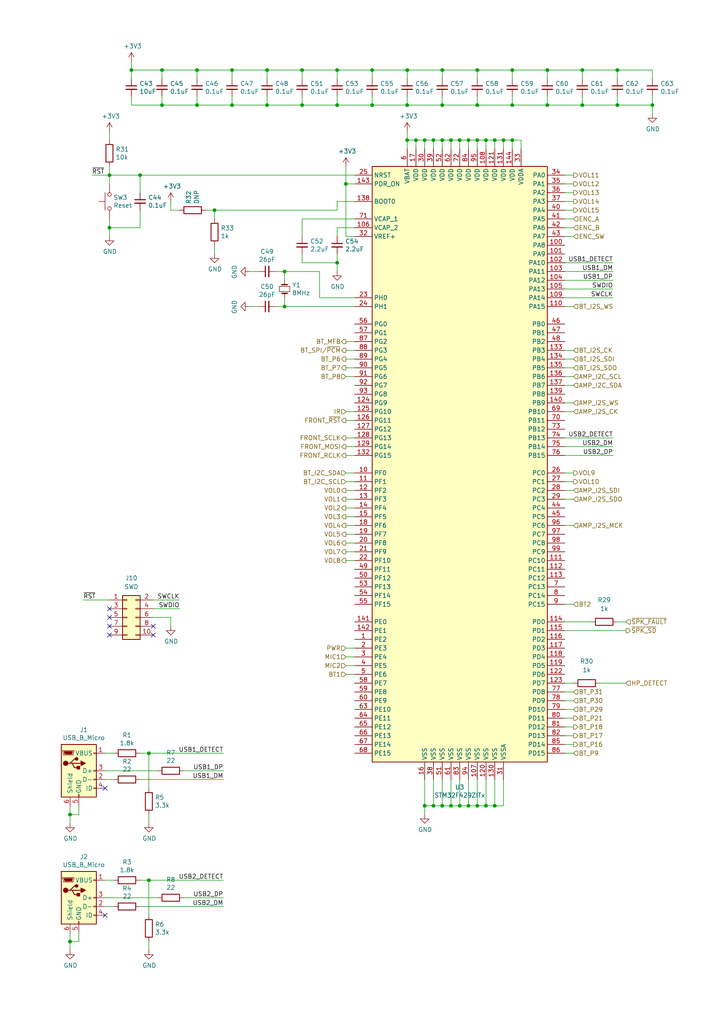
<source format=kicad_sch>
(kicad_sch (version 20201015) (generator eeschema)
  (paper "A4" portrait)
  (lib_symbols
    (symbol "Connector:USB_B_Micro" (pin_names (offset 1.016))
      (property "Reference" "J" (at -5.08 11.43 0))
      (property "Value" "USB_B_Micro" (at -5.08 8.89 0))
      (symbol "USB_B_Micro_0_1"
        (circle (center -3.81 2.159) (radius 0.635) (stroke (width 0.254)) (fill (type outline)))
        (circle (center -0.635 3.429) (radius 0.381) (stroke (width 0.254)) (fill (type outline)))
        (rectangle (start -5.08 -7.62) (end 5.08 7.62) (stroke (width 0.254)) (fill (type background)))
        (rectangle (start -0.127 -7.62) (end 0.127 -6.858))
        (rectangle (start 0.254 1.27) (end -0.508 0.508) (stroke (width 0.254)) (fill (type outline)))
        (rectangle (start 5.08 -5.207) (end 4.318 -4.953))
        (rectangle (start 5.08 -2.667) (end 4.318 -2.413))
        (rectangle (start 5.08 -0.127) (end 4.318 0.127))
        (rectangle (start 5.08 4.953) (end 4.318 5.207))
        (polyline (pts (xy -1.905 2.159) (xy 0.635 2.159)) (stroke (width 0.254)))
        (polyline (pts (xy -3.175 2.159) (xy -2.54 2.159) (xy -1.27 3.429) (xy -0.635 3.429)) (stroke (width 0.254)))
        (polyline (pts (xy -2.54 2.159) (xy -1.905 2.159) (xy -1.27 0.889) (xy 0 0.889)) (stroke (width 0.254)))
        (polyline (pts (xy 0.635 2.794) (xy 0.635 1.524) (xy 1.905 2.159) (xy 0.635 2.794)) (stroke (width 0.254)) (fill (type outline)))
        (polyline (pts (xy -4.318 5.588) (xy -1.778 5.588) (xy -2.032 4.826) (xy -4.064 4.826) (xy -4.318 5.588)) (fill (type outline)))
        (polyline (pts (xy -4.699 5.842) (xy -4.699 5.588) (xy -4.445 4.826) (xy -4.445 4.572) (xy -1.651 4.572) (xy -1.651 4.826) (xy -1.397 5.588) (xy -1.397 5.842) (xy -4.699 5.842)))
      )
      (symbol "USB_B_Micro_1_1"
        (pin power_out line (at 7.62 5.08 180) (length 2.54) (name "VBUS") (number "1"))
        (pin bidirectional line (at 7.62 -2.54 180) (length 2.54) (name "D-") (number "2"))
        (pin bidirectional line (at 7.62 0 180) (length 2.54) (name "D+") (number "3"))
        (pin passive line (at 7.62 -5.08 180) (length 2.54) (name "ID") (number "4"))
        (pin power_out line (at 0 -10.16 90) (length 2.54) (name "GND") (number "5"))
        (pin passive line (at -2.54 -10.16 90) (length 2.54) (name "Shield") (number "6"))
      )
    )
    (symbol "Connector_Generic:Conn_02x05_Odd_Even" (pin_names (offset 1.016) hide)
      (property "Reference" "J" (at 1.27 7.62 0))
      (property "Value" "Conn_02x05_Odd_Even" (at 1.27 -7.62 0))
      (symbol "Conn_02x05_Odd_Even_1_1"
        (rectangle (start -1.27 -4.953) (end 0 -5.207) (stroke (width 0.1524)))
        (rectangle (start -1.27 -2.413) (end 0 -2.667) (stroke (width 0.1524)))
        (rectangle (start -1.27 2.667) (end 0 2.413) (stroke (width 0.1524)))
        (rectangle (start -1.27 5.207) (end 0 4.953) (stroke (width 0.1524)))
        (rectangle (start -1.27 6.35) (end 3.81 -6.35) (stroke (width 0.254)) (fill (type background)))
        (rectangle (start -1.27 0.127) (end 0 -0.127) (stroke (width 0.1524)))
        (rectangle (start 3.81 -4.953) (end 2.54 -5.207) (stroke (width 0.1524)))
        (rectangle (start 3.81 -2.413) (end 2.54 -2.667) (stroke (width 0.1524)))
        (rectangle (start 3.81 2.667) (end 2.54 2.413) (stroke (width 0.1524)))
        (rectangle (start 3.81 5.207) (end 2.54 4.953) (stroke (width 0.1524)))
        (rectangle (start 3.81 0.127) (end 2.54 -0.127) (stroke (width 0.1524)))
        (pin passive line (at -5.08 5.08 0) (length 3.81) (name "Pin_1") (number "1"))
        (pin passive line (at 7.62 -5.08 180) (length 3.81) (name "Pin_10") (number "10"))
        (pin passive line (at 7.62 5.08 180) (length 3.81) (name "Pin_2") (number "2"))
        (pin passive line (at -5.08 2.54 0) (length 3.81) (name "Pin_3") (number "3"))
        (pin passive line (at 7.62 2.54 180) (length 3.81) (name "Pin_4") (number "4"))
        (pin passive line (at -5.08 0 0) (length 3.81) (name "Pin_5") (number "5"))
        (pin passive line (at 7.62 0 180) (length 3.81) (name "Pin_6") (number "6"))
        (pin passive line (at -5.08 -2.54 0) (length 3.81) (name "Pin_7") (number "7"))
        (pin passive line (at 7.62 -2.54 180) (length 3.81) (name "Pin_8") (number "8"))
        (pin passive line (at -5.08 -5.08 0) (length 3.81) (name "Pin_9") (number "9"))
      )
    )
    (symbol "Device:C_Small" (pin_numbers hide) (pin_names (offset 0.254) hide)
      (property "Reference" "C" (at 0.254 1.778 0))
      (property "Value" "C_Small" (at 0.254 -2.032 0))
      (symbol "C_Small_0_1"
        (polyline (pts (xy -1.524 -0.508) (xy 1.524 -0.508)) (stroke (width 0.3302)))
        (polyline (pts (xy -1.524 0.508) (xy 1.524 0.508)) (stroke (width 0.3048)))
      )
      (symbol "C_Small_1_1"
        (pin passive line (at 0 2.54 270) (length 2.032) (name "~") (number "1"))
        (pin passive line (at 0 -2.54 90) (length 2.032) (name "~") (number "2"))
      )
    )
    (symbol "Device:Crystal_Small" (pin_numbers hide) (pin_names (offset 1.016) hide)
      (property "Reference" "Y" (at 0 2.54 0))
      (property "Value" "Crystal_Small" (at 0 -2.54 0))
      (symbol "Crystal_Small_0_1"
        (rectangle (start -0.762 -1.524) (end 0.762 1.524))
        (polyline (pts (xy -1.27 -0.762) (xy -1.27 0.762)) (stroke (width 0.381)))
        (polyline (pts (xy 1.27 -0.762) (xy 1.27 0.762)) (stroke (width 0.381)))
      )
      (symbol "Crystal_Small_1_1"
        (pin passive line (at -2.54 0 0) (length 1.27) (name "1") (number "1"))
        (pin passive line (at 2.54 0 180) (length 1.27) (name "2") (number "2"))
      )
    )
    (symbol "Device:R" (pin_numbers hide) (pin_names (offset 0))
      (property "Reference" "R" (at 2.032 0 90))
      (property "Value" "R" (at 0 0 90))
      (symbol "R_0_1"
        (rectangle (start -1.016 -2.54) (end 1.016 2.54) (stroke (width 0.254)))
      )
      (symbol "R_1_1"
        (pin passive line (at 0 3.81 270) (length 1.27) (name "~") (number "1"))
        (pin passive line (at 0 -3.81 90) (length 1.27) (name "~") (number "2"))
      )
    )
    (symbol "MCU_ST_STM32F4:STM32F429ZITx"
      (property "Reference" "U" (at -25.4 87.63 0))
      (property "Value" "STM32F429ZITx" (at 20.32 87.63 0))
      (symbol "STM32F429ZITx_0_1"
        (rectangle (start -25.4 -86.36) (end 25.4 86.36) (stroke (width 0.254)) (fill (type background)))
      )
      (symbol "STM32F429ZITx_1_1"
        (pin input line (at -30.48 76.2 0) (length 5.08) (name "BOOT0") (number "138"))
        (pin input line (at -30.48 83.82 0) (length 5.08) (name "NRST") (number "25"))
        (pin bidirectional line (at 30.48 83.82 180) (length 5.08) (name "PA0") (number "34"))
        (pin bidirectional line (at 30.48 81.28 180) (length 5.08) (name "PA1") (number "35"))
        (pin bidirectional line (at 30.48 58.42 180) (length 5.08) (name "PA10") (number "102"))
        (pin bidirectional line (at 30.48 55.88 180) (length 5.08) (name "PA11") (number "103"))
        (pin bidirectional line (at 30.48 53.34 180) (length 5.08) (name "PA12") (number "104"))
        (pin bidirectional line (at 30.48 50.8 180) (length 5.08) (name "PA13") (number "105"))
        (pin bidirectional line (at 30.48 48.26 180) (length 5.08) (name "PA14") (number "109"))
        (pin bidirectional line (at 30.48 45.72 180) (length 5.08) (name "PA15") (number "110"))
        (pin bidirectional line (at 30.48 78.74 180) (length 5.08) (name "PA2") (number "36"))
        (pin bidirectional line (at 30.48 76.2 180) (length 5.08) (name "PA3") (number "37"))
        (pin bidirectional line (at 30.48 73.66 180) (length 5.08) (name "PA4") (number "40"))
        (pin bidirectional line (at 30.48 71.12 180) (length 5.08) (name "PA5") (number "41"))
        (pin bidirectional line (at 30.48 68.58 180) (length 5.08) (name "PA6") (number "42"))
        (pin bidirectional line (at 30.48 66.04 180) (length 5.08) (name "PA7") (number "43"))
        (pin bidirectional line (at 30.48 63.5 180) (length 5.08) (name "PA8") (number "100"))
        (pin bidirectional line (at 30.48 60.96 180) (length 5.08) (name "PA9") (number "101"))
        (pin bidirectional line (at 30.48 40.64 180) (length 5.08) (name "PB0") (number "46"))
        (pin bidirectional line (at 30.48 38.1 180) (length 5.08) (name "PB1") (number "47"))
        (pin bidirectional line (at 30.48 15.24 180) (length 5.08) (name "PB10") (number "69"))
        (pin bidirectional line (at 30.48 12.7 180) (length 5.08) (name "PB11") (number "70"))
        (pin bidirectional line (at 30.48 10.16 180) (length 5.08) (name "PB12") (number "73"))
        (pin bidirectional line (at 30.48 7.62 180) (length 5.08) (name "PB13") (number "74"))
        (pin bidirectional line (at 30.48 5.08 180) (length 5.08) (name "PB14") (number "75"))
        (pin bidirectional line (at 30.48 2.54 180) (length 5.08) (name "PB15") (number "76"))
        (pin bidirectional line (at 30.48 35.56 180) (length 5.08) (name "PB2") (number "48"))
        (pin bidirectional line (at 30.48 33.02 180) (length 5.08) (name "PB3") (number "133"))
        (pin bidirectional line (at 30.48 30.48 180) (length 5.08) (name "PB4") (number "134"))
        (pin bidirectional line (at 30.48 27.94 180) (length 5.08) (name "PB5") (number "135"))
        (pin bidirectional line (at 30.48 25.4 180) (length 5.08) (name "PB6") (number "136"))
        (pin bidirectional line (at 30.48 22.86 180) (length 5.08) (name "PB7") (number "137"))
        (pin bidirectional line (at 30.48 20.32 180) (length 5.08) (name "PB8") (number "139"))
        (pin bidirectional line (at 30.48 17.78 180) (length 5.08) (name "PB9") (number "140"))
        (pin bidirectional line (at 30.48 -2.54 180) (length 5.08) (name "PC0") (number "26"))
        (pin bidirectional line (at 30.48 -5.08 180) (length 5.08) (name "PC1") (number "27"))
        (pin bidirectional line (at 30.48 -27.94 180) (length 5.08) (name "PC10") (number "111"))
        (pin bidirectional line (at 30.48 -30.48 180) (length 5.08) (name "PC11") (number "112"))
        (pin bidirectional line (at 30.48 -33.02 180) (length 5.08) (name "PC12") (number "113"))
        (pin bidirectional line (at 30.48 -35.56 180) (length 5.08) (name "PC13") (number "7"))
        (pin bidirectional line (at 30.48 -38.1 180) (length 5.08) (name "PC14") (number "8"))
        (pin bidirectional line (at 30.48 -40.64 180) (length 5.08) (name "PC15") (number "9"))
        (pin bidirectional line (at 30.48 -7.62 180) (length 5.08) (name "PC2") (number "28"))
        (pin bidirectional line (at 30.48 -10.16 180) (length 5.08) (name "PC3") (number "29"))
        (pin bidirectional line (at 30.48 -12.7 180) (length 5.08) (name "PC4") (number "44"))
        (pin bidirectional line (at 30.48 -15.24 180) (length 5.08) (name "PC5") (number "45"))
        (pin bidirectional line (at 30.48 -17.78 180) (length 5.08) (name "PC6") (number "96"))
        (pin bidirectional line (at 30.48 -20.32 180) (length 5.08) (name "PC7") (number "97"))
        (pin bidirectional line (at 30.48 -22.86 180) (length 5.08) (name "PC8") (number "98"))
        (pin bidirectional line (at 30.48 -25.4 180) (length 5.08) (name "PC9") (number "99"))
        (pin bidirectional line (at 30.48 -45.72 180) (length 5.08) (name "PD0") (number "114"))
        (pin bidirectional line (at 30.48 -48.26 180) (length 5.08) (name "PD1") (number "115"))
        (pin bidirectional line (at 30.48 -71.12 180) (length 5.08) (name "PD10") (number "79"))
        (pin bidirectional line (at 30.48 -73.66 180) (length 5.08) (name "PD11") (number "80"))
        (pin bidirectional line (at 30.48 -76.2 180) (length 5.08) (name "PD12") (number "81"))
        (pin bidirectional line (at 30.48 -78.74 180) (length 5.08) (name "PD13") (number "82"))
        (pin bidirectional line (at 30.48 -81.28 180) (length 5.08) (name "PD14") (number "85"))
        (pin bidirectional line (at 30.48 -83.82 180) (length 5.08) (name "PD15") (number "86"))
        (pin bidirectional line (at 30.48 -50.8 180) (length 5.08) (name "PD2") (number "116"))
        (pin bidirectional line (at 30.48 -53.34 180) (length 5.08) (name "PD3") (number "117"))
        (pin bidirectional line (at 30.48 -55.88 180) (length 5.08) (name "PD4") (number "118"))
        (pin bidirectional line (at 30.48 -58.42 180) (length 5.08) (name "PD5") (number "119"))
        (pin bidirectional line (at 30.48 -60.96 180) (length 5.08) (name "PD6") (number "122"))
        (pin bidirectional line (at 30.48 -63.5 180) (length 5.08) (name "PD7") (number "123"))
        (pin bidirectional line (at 30.48 -66.04 180) (length 5.08) (name "PD8") (number "77"))
        (pin bidirectional line (at 30.48 -68.58 180) (length 5.08) (name "PD9") (number "78"))
        (pin input line (at -30.48 81.28 0) (length 5.08) (name "PDR_ON") (number "143"))
        (pin bidirectional line (at -30.48 -45.72 0) (length 5.08) (name "PE0") (number "141"))
        (pin bidirectional line (at -30.48 -48.26 0) (length 5.08) (name "PE1") (number "142"))
        (pin bidirectional line (at -30.48 -71.12 0) (length 5.08) (name "PE10") (number "63"))
        (pin bidirectional line (at -30.48 -73.66 0) (length 5.08) (name "PE11") (number "64"))
        (pin bidirectional line (at -30.48 -76.2 0) (length 5.08) (name "PE12") (number "65"))
        (pin bidirectional line (at -30.48 -78.74 0) (length 5.08) (name "PE13") (number "66"))
        (pin bidirectional line (at -30.48 -81.28 0) (length 5.08) (name "PE14") (number "67"))
        (pin bidirectional line (at -30.48 -83.82 0) (length 5.08) (name "PE15") (number "68"))
        (pin bidirectional line (at -30.48 -50.8 0) (length 5.08) (name "PE2") (number "1"))
        (pin bidirectional line (at -30.48 -53.34 0) (length 5.08) (name "PE3") (number "2"))
        (pin bidirectional line (at -30.48 -55.88 0) (length 5.08) (name "PE4") (number "3"))
        (pin bidirectional line (at -30.48 -58.42 0) (length 5.08) (name "PE5") (number "4"))
        (pin bidirectional line (at -30.48 -60.96 0) (length 5.08) (name "PE6") (number "5"))
        (pin bidirectional line (at -30.48 -63.5 0) (length 5.08) (name "PE7") (number "58"))
        (pin bidirectional line (at -30.48 -66.04 0) (length 5.08) (name "PE8") (number "59"))
        (pin bidirectional line (at -30.48 -68.58 0) (length 5.08) (name "PE9") (number "60"))
        (pin bidirectional line (at -30.48 -2.54 0) (length 5.08) (name "PF0") (number "10"))
        (pin bidirectional line (at -30.48 -5.08 0) (length 5.08) (name "PF1") (number "11"))
        (pin bidirectional line (at -30.48 -27.94 0) (length 5.08) (name "PF10") (number "22"))
        (pin bidirectional line (at -30.48 -30.48 0) (length 5.08) (name "PF11") (number "49"))
        (pin bidirectional line (at -30.48 -33.02 0) (length 5.08) (name "PF12") (number "50"))
        (pin bidirectional line (at -30.48 -35.56 0) (length 5.08) (name "PF13") (number "53"))
        (pin bidirectional line (at -30.48 -38.1 0) (length 5.08) (name "PF14") (number "54"))
        (pin bidirectional line (at -30.48 -40.64 0) (length 5.08) (name "PF15") (number "55"))
        (pin bidirectional line (at -30.48 -7.62 0) (length 5.08) (name "PF2") (number "12"))
        (pin bidirectional line (at -30.48 -10.16 0) (length 5.08) (name "PF3") (number "13"))
        (pin bidirectional line (at -30.48 -12.7 0) (length 5.08) (name "PF4") (number "14"))
        (pin bidirectional line (at -30.48 -15.24 0) (length 5.08) (name "PF5") (number "15"))
        (pin bidirectional line (at -30.48 -17.78 0) (length 5.08) (name "PF6") (number "18"))
        (pin bidirectional line (at -30.48 -20.32 0) (length 5.08) (name "PF7") (number "19"))
        (pin bidirectional line (at -30.48 -22.86 0) (length 5.08) (name "PF8") (number "20"))
        (pin bidirectional line (at -30.48 -25.4 0) (length 5.08) (name "PF9") (number "21"))
        (pin bidirectional line (at -30.48 40.64 0) (length 5.08) (name "PG0") (number "56"))
        (pin bidirectional line (at -30.48 38.1 0) (length 5.08) (name "PG1") (number "57"))
        (pin bidirectional line (at -30.48 15.24 0) (length 5.08) (name "PG10") (number "125"))
        (pin bidirectional line (at -30.48 12.7 0) (length 5.08) (name "PG11") (number "126"))
        (pin bidirectional line (at -30.48 10.16 0) (length 5.08) (name "PG12") (number "127"))
        (pin bidirectional line (at -30.48 7.62 0) (length 5.08) (name "PG13") (number "128"))
        (pin bidirectional line (at -30.48 5.08 0) (length 5.08) (name "PG14") (number "129"))
        (pin bidirectional line (at -30.48 2.54 0) (length 5.08) (name "PG15") (number "132"))
        (pin bidirectional line (at -30.48 35.56 0) (length 5.08) (name "PG2") (number "87"))
        (pin bidirectional line (at -30.48 33.02 0) (length 5.08) (name "PG3") (number "88"))
        (pin bidirectional line (at -30.48 30.48 0) (length 5.08) (name "PG4") (number "89"))
        (pin bidirectional line (at -30.48 27.94 0) (length 5.08) (name "PG5") (number "90"))
        (pin bidirectional line (at -30.48 25.4 0) (length 5.08) (name "PG6") (number "91"))
        (pin bidirectional line (at -30.48 22.86 0) (length 5.08) (name "PG7") (number "92"))
        (pin bidirectional line (at -30.48 20.32 0) (length 5.08) (name "PG8") (number "93"))
        (pin bidirectional line (at -30.48 17.78 0) (length 5.08) (name "PG9") (number "124"))
        (pin input line (at -30.48 48.26 0) (length 5.08) (name "PH0") (number "23"))
        (pin input line (at -30.48 45.72 0) (length 5.08) (name "PH1") (number "24"))
        (pin power_in line (at -15.24 91.44 270) (length 5.08) (name "VBAT") (number "6"))
        (pin power_in line (at -30.48 71.12 0) (length 5.08) (name "VCAP_1") (number "71"))
        (pin power_in line (at -30.48 68.58 0) (length 5.08) (name "VCAP_2") (number "106"))
        (pin power_in line (at 7.62 91.44 270) (length 5.08) (name "VDD") (number "108"))
        (pin power_in line (at 10.16 91.44 270) (length 5.08) (name "VDD") (number "121"))
        (pin power_in line (at 12.7 91.44 270) (length 5.08) (name "VDD") (number "131"))
        (pin power_in line (at 15.24 91.44 270) (length 5.08) (name "VDD") (number "144"))
        (pin power_in line (at -12.7 91.44 270) (length 5.08) (name "VDD") (number "17"))
        (pin power_in line (at -10.16 91.44 270) (length 5.08) (name "VDD") (number "30"))
        (pin power_in line (at -7.62 91.44 270) (length 5.08) (name "VDD") (number "39"))
        (pin power_in line (at -5.08 91.44 270) (length 5.08) (name "VDD") (number "52"))
        (pin power_in line (at -2.54 91.44 270) (length 5.08) (name "VDD") (number "62"))
        (pin power_in line (at 0 91.44 270) (length 5.08) (name "VDD") (number "72"))
        (pin power_in line (at 2.54 91.44 270) (length 5.08) (name "VDD") (number "84"))
        (pin power_in line (at 5.08 91.44 270) (length 5.08) (name "VDD") (number "95"))
        (pin power_in line (at 17.78 91.44 270) (length 5.08) (name "VDDA") (number "33"))
        (pin power_in line (at -30.48 66.04 0) (length 5.08) (name "VREF+") (number "32"))
        (pin power_in line (at 5.08 -91.44 90) (length 5.08) (name "VSS") (number "107"))
        (pin power_in line (at 7.62 -91.44 90) (length 5.08) (name "VSS") (number "120"))
        (pin power_in line (at 10.16 -91.44 90) (length 5.08) (name "VSS") (number "130"))
        (pin power_in line (at -10.16 -91.44 90) (length 5.08) (name "VSS") (number "16"))
        (pin power_in line (at -7.62 -91.44 90) (length 5.08) (name "VSS") (number "38"))
        (pin power_in line (at -5.08 -91.44 90) (length 5.08) (name "VSS") (number "51"))
        (pin power_in line (at -2.54 -91.44 90) (length 5.08) (name "VSS") (number "61"))
        (pin power_in line (at 0 -91.44 90) (length 5.08) (name "VSS") (number "83"))
        (pin power_in line (at 2.54 -91.44 90) (length 5.08) (name "VSS") (number "94"))
        (pin power_in line (at 12.7 -91.44 90) (length 5.08) (name "VSSA") (number "31"))
      )
    )
    (symbol "Switch:SW_Push" (pin_numbers hide) (pin_names (offset 1.016) hide)
      (property "Reference" "SW" (at 1.27 2.54 0))
      (property "Value" "SW_Push" (at 0 -1.524 0))
      (symbol "SW_Push_0_1"
        (circle (center -2.032 0) (radius 0.508))
        (circle (center 2.032 0) (radius 0.508))
        (polyline (pts (xy 0 1.27) (xy 0 3.048)))
        (polyline (pts (xy 2.54 1.27) (xy -2.54 1.27)))
        (pin passive line (at -5.08 0 0) (length 2.54) (name "1") (number "1"))
        (pin passive line (at 5.08 0 180) (length 2.54) (name "2") (number "2"))
      )
    )
    (symbol "power:+3.3V" (power) (pin_names (offset 0))
      (property "Value" "+3.3V" (at 0 3.556 0))
      (symbol "+3.3V_0_1"
        (polyline (pts (xy -0.762 1.27) (xy 0 2.54)))
        (polyline (pts (xy 0 0) (xy 0 2.54)))
        (polyline (pts (xy 0 2.54) (xy 0.762 1.27)))
      )
      (symbol "+3.3V_1_1"
        (pin power_in line (at 0 0 90) (length 0) hide (name "+3V3") (number "1"))
      )
    )
    (symbol "power:GND" (power) (pin_names (offset 0))
      (property "Value" "GND" (at 0 -3.81 0))
      (symbol "GND_0_1"
        (polyline (pts (xy 0 0) (xy 0 -1.27) (xy 1.27 -1.27) (xy 0 -2.54) (xy -1.27 -1.27) (xy 0 -1.27)))
      )
      (symbol "GND_1_1"
        (pin power_in line (at 0 0 270) (length 0) hide (name "GND") (number "1"))
      )
    )
  )
  (junction (at 20.32 236.22) (diameter 0.9144))
  (junction (at 20.32 273.05) (diameter 0.9144))
  (junction (at 31.75 50.8) (diameter 0.9144))
  (junction (at 31.75 66.04) (diameter 0.9144))
  (junction (at 38.1 20.32) (diameter 0.9144))
  (junction (at 40.64 50.8) (diameter 0.9144))
  (junction (at 43.18 218.44) (diameter 0.9144))
  (junction (at 43.18 255.27) (diameter 0.9144))
  (junction (at 46.99 20.32) (diameter 0.9144))
  (junction (at 46.99 30.48) (diameter 0.9144))
  (junction (at 57.15 20.32) (diameter 0.9144))
  (junction (at 57.15 30.48) (diameter 0.9144))
  (junction (at 62.23 60.96) (diameter 0.9144))
  (junction (at 67.31 20.32) (diameter 0.9144))
  (junction (at 67.31 30.48) (diameter 0.9144))
  (junction (at 77.47 20.32) (diameter 0.9144))
  (junction (at 77.47 30.48) (diameter 0.9144))
  (junction (at 82.55 78.74) (diameter 0.9144))
  (junction (at 82.55 88.9) (diameter 0.9144))
  (junction (at 87.63 20.32) (diameter 0.9144))
  (junction (at 87.63 30.48) (diameter 0.9144))
  (junction (at 97.79 20.32) (diameter 0.9144))
  (junction (at 97.79 30.48) (diameter 0.9144))
  (junction (at 97.79 76.2) (diameter 0.9144))
  (junction (at 100.33 53.34) (diameter 0.9144))
  (junction (at 107.95 20.32) (diameter 0.9144))
  (junction (at 107.95 30.48) (diameter 0.9144))
  (junction (at 118.11 20.32) (diameter 0.9144))
  (junction (at 118.11 30.48) (diameter 0.9144))
  (junction (at 118.11 40.64) (diameter 0.9144))
  (junction (at 120.65 40.64) (diameter 0.9144))
  (junction (at 123.19 40.64) (diameter 0.9144))
  (junction (at 123.19 233.68) (diameter 0.9144))
  (junction (at 125.73 40.64) (diameter 0.9144))
  (junction (at 125.73 233.68) (diameter 0.9144))
  (junction (at 128.27 20.32) (diameter 0.9144))
  (junction (at 128.27 30.48) (diameter 0.9144))
  (junction (at 128.27 40.64) (diameter 0.9144))
  (junction (at 128.27 233.68) (diameter 0.9144))
  (junction (at 130.81 40.64) (diameter 0.9144))
  (junction (at 130.81 233.68) (diameter 0.9144))
  (junction (at 133.35 40.64) (diameter 0.9144))
  (junction (at 133.35 233.68) (diameter 0.9144))
  (junction (at 135.89 40.64) (diameter 0.9144))
  (junction (at 135.89 233.68) (diameter 0.9144))
  (junction (at 138.43 20.32) (diameter 0.9144))
  (junction (at 138.43 30.48) (diameter 0.9144))
  (junction (at 138.43 40.64) (diameter 0.9144))
  (junction (at 138.43 233.68) (diameter 0.9144))
  (junction (at 140.97 40.64) (diameter 0.9144))
  (junction (at 140.97 233.68) (diameter 0.9144))
  (junction (at 143.51 40.64) (diameter 0.9144))
  (junction (at 143.51 233.68) (diameter 0.9144))
  (junction (at 146.05 40.64) (diameter 0.9144))
  (junction (at 148.59 20.32) (diameter 0.9144))
  (junction (at 148.59 30.48) (diameter 0.9144))
  (junction (at 148.59 40.64) (diameter 0.9144))
  (junction (at 158.75 20.32) (diameter 0.9144))
  (junction (at 158.75 30.48) (diameter 0.9144))
  (junction (at 168.91 20.32) (diameter 0.9144))
  (junction (at 168.91 30.48) (diameter 0.9144))
  (junction (at 179.07 20.32) (diameter 0.9144))
  (junction (at 179.07 30.48) (diameter 0.9144))
  (junction (at 189.23 30.48) (diameter 0.9144))
  (no_connect (at 44.45 184.15))
  (no_connect (at 30.48 228.6))
  (no_connect (at 30.48 265.43))
  (no_connect (at 44.45 181.61))
  (no_connect (at 31.75 184.15))
  (no_connect (at 31.75 179.07))
  (no_connect (at 31.75 176.53))
  (no_connect (at 31.75 181.61))
  (wire (pts (xy 20.32 233.68) (xy 20.32 236.22)))
  (wire (pts (xy 20.32 236.22) (xy 20.32 238.76)))
  (wire (pts (xy 20.32 270.51) (xy 20.32 273.05)))
  (wire (pts (xy 20.32 273.05) (xy 20.32 275.59)))
  (wire (pts (xy 22.86 233.68) (xy 22.86 236.22)))
  (wire (pts (xy 22.86 236.22) (xy 20.32 236.22)))
  (wire (pts (xy 22.86 270.51) (xy 22.86 273.05)))
  (wire (pts (xy 22.86 273.05) (xy 20.32 273.05)))
  (wire (pts (xy 24.13 173.99) (xy 31.75 173.99)))
  (wire (pts (xy 26.67 50.8) (xy 31.75 50.8)))
  (wire (pts (xy 30.48 226.06) (xy 33.02 226.06)))
  (wire (pts (xy 30.48 262.89) (xy 33.02 262.89)))
  (wire (pts (xy 31.75 38.1) (xy 31.75 40.64)))
  (wire (pts (xy 31.75 48.26) (xy 31.75 50.8)))
  (wire (pts (xy 31.75 50.8) (xy 31.75 53.34)))
  (wire (pts (xy 31.75 63.5) (xy 31.75 66.04)))
  (wire (pts (xy 31.75 66.04) (xy 40.64 66.04)))
  (wire (pts (xy 31.75 68.58) (xy 31.75 66.04)))
  (wire (pts (xy 33.02 218.44) (xy 30.48 218.44)))
  (wire (pts (xy 33.02 255.27) (xy 30.48 255.27)))
  (wire (pts (xy 38.1 20.32) (xy 38.1 17.78)))
  (wire (pts (xy 38.1 20.32) (xy 38.1 22.86)))
  (wire (pts (xy 38.1 30.48) (xy 38.1 27.94)))
  (wire (pts (xy 40.64 50.8) (xy 31.75 50.8)))
  (wire (pts (xy 40.64 50.8) (xy 102.87 50.8)))
  (wire (pts (xy 40.64 55.88) (xy 40.64 50.8)))
  (wire (pts (xy 40.64 66.04) (xy 40.64 60.96)))
  (wire (pts (xy 40.64 226.06) (xy 64.77 226.06)))
  (wire (pts (xy 40.64 262.89) (xy 64.77 262.89)))
  (wire (pts (xy 43.18 218.44) (xy 40.64 218.44)))
  (wire (pts (xy 43.18 228.6) (xy 43.18 218.44)))
  (wire (pts (xy 43.18 236.22) (xy 43.18 238.76)))
  (wire (pts (xy 43.18 255.27) (xy 40.64 255.27)))
  (wire (pts (xy 43.18 265.43) (xy 43.18 255.27)))
  (wire (pts (xy 43.18 273.05) (xy 43.18 275.59)))
  (wire (pts (xy 44.45 173.99) (xy 52.07 173.99)))
  (wire (pts (xy 44.45 176.53) (xy 52.07 176.53)))
  (wire (pts (xy 45.72 223.52) (xy 30.48 223.52)))
  (wire (pts (xy 45.72 260.35) (xy 30.48 260.35)))
  (wire (pts (xy 46.99 20.32) (xy 38.1 20.32)))
  (wire (pts (xy 46.99 20.32) (xy 46.99 22.86)))
  (wire (pts (xy 46.99 20.32) (xy 57.15 20.32)))
  (wire (pts (xy 46.99 30.48) (xy 38.1 30.48)))
  (wire (pts (xy 46.99 30.48) (xy 46.99 27.94)))
  (wire (pts (xy 49.53 60.96) (xy 49.53 58.42)))
  (wire (pts (xy 49.53 179.07) (xy 44.45 179.07)))
  (wire (pts (xy 49.53 181.61) (xy 49.53 179.07)))
  (wire (pts (xy 52.07 60.96) (xy 49.53 60.96)))
  (wire (pts (xy 53.34 223.52) (xy 64.77 223.52)))
  (wire (pts (xy 53.34 260.35) (xy 64.77 260.35)))
  (wire (pts (xy 57.15 20.32) (xy 57.15 22.86)))
  (wire (pts (xy 57.15 20.32) (xy 67.31 20.32)))
  (wire (pts (xy 57.15 27.94) (xy 57.15 30.48)))
  (wire (pts (xy 57.15 30.48) (xy 46.99 30.48)))
  (wire (pts (xy 62.23 60.96) (xy 59.69 60.96)))
  (wire (pts (xy 62.23 60.96) (xy 62.23 63.5)))
  (wire (pts (xy 62.23 71.12) (xy 62.23 73.66)))
  (wire (pts (xy 64.77 218.44) (xy 43.18 218.44)))
  (wire (pts (xy 64.77 255.27) (xy 43.18 255.27)))
  (wire (pts (xy 67.31 20.32) (xy 67.31 22.86)))
  (wire (pts (xy 67.31 20.32) (xy 77.47 20.32)))
  (wire (pts (xy 67.31 27.94) (xy 67.31 30.48)))
  (wire (pts (xy 67.31 30.48) (xy 57.15 30.48)))
  (wire (pts (xy 72.39 78.74) (xy 74.93 78.74)))
  (wire (pts (xy 72.39 88.9) (xy 74.93 88.9)))
  (wire (pts (xy 77.47 20.32) (xy 77.47 22.86)))
  (wire (pts (xy 77.47 20.32) (xy 87.63 20.32)))
  (wire (pts (xy 77.47 27.94) (xy 77.47 30.48)))
  (wire (pts (xy 77.47 30.48) (xy 67.31 30.48)))
  (wire (pts (xy 80.01 78.74) (xy 82.55 78.74)))
  (wire (pts (xy 80.01 88.9) (xy 82.55 88.9)))
  (wire (pts (xy 82.55 78.74) (xy 82.55 81.28)))
  (wire (pts (xy 82.55 86.36) (xy 82.55 88.9)))
  (wire (pts (xy 82.55 88.9) (xy 102.87 88.9)))
  (wire (pts (xy 87.63 20.32) (xy 87.63 22.86)))
  (wire (pts (xy 87.63 20.32) (xy 97.79 20.32)))
  (wire (pts (xy 87.63 27.94) (xy 87.63 30.48)))
  (wire (pts (xy 87.63 30.48) (xy 77.47 30.48)))
  (wire (pts (xy 87.63 63.5) (xy 87.63 68.58)))
  (wire (pts (xy 87.63 76.2) (xy 87.63 73.66)))
  (wire (pts (xy 92.71 78.74) (xy 82.55 78.74)))
  (wire (pts (xy 92.71 86.36) (xy 92.71 78.74)))
  (wire (pts (xy 97.79 20.32) (xy 97.79 22.86)))
  (wire (pts (xy 97.79 20.32) (xy 107.95 20.32)))
  (wire (pts (xy 97.79 27.94) (xy 97.79 30.48)))
  (wire (pts (xy 97.79 30.48) (xy 87.63 30.48)))
  (wire (pts (xy 97.79 58.42) (xy 97.79 60.96)))
  (wire (pts (xy 97.79 60.96) (xy 62.23 60.96)))
  (wire (pts (xy 97.79 66.04) (xy 97.79 68.58)))
  (wire (pts (xy 97.79 73.66) (xy 97.79 76.2)))
  (wire (pts (xy 97.79 76.2) (xy 87.63 76.2)))
  (wire (pts (xy 97.79 76.2) (xy 97.79 78.74)))
  (wire (pts (xy 100.33 48.26) (xy 100.33 53.34)))
  (wire (pts (xy 100.33 53.34) (xy 100.33 68.58)))
  (wire (pts (xy 100.33 53.34) (xy 102.87 53.34)))
  (wire (pts (xy 100.33 68.58) (xy 102.87 68.58)))
  (wire (pts (xy 100.33 99.06) (xy 102.87 99.06)))
  (wire (pts (xy 100.33 101.6) (xy 102.87 101.6)))
  (wire (pts (xy 100.33 104.14) (xy 102.87 104.14)))
  (wire (pts (xy 100.33 106.68) (xy 102.87 106.68)))
  (wire (pts (xy 100.33 109.22) (xy 102.87 109.22)))
  (wire (pts (xy 100.33 119.38) (xy 102.87 119.38)))
  (wire (pts (xy 100.33 121.92) (xy 102.87 121.92)))
  (wire (pts (xy 100.33 127) (xy 102.87 127)))
  (wire (pts (xy 100.33 129.54) (xy 102.87 129.54)))
  (wire (pts (xy 100.33 132.08) (xy 102.87 132.08)))
  (wire (pts (xy 100.33 139.7) (xy 102.87 139.7)))
  (wire (pts (xy 100.33 142.24) (xy 102.87 142.24)))
  (wire (pts (xy 100.33 144.78) (xy 102.87 144.78)))
  (wire (pts (xy 100.33 147.32) (xy 102.87 147.32)))
  (wire (pts (xy 100.33 149.86) (xy 102.87 149.86)))
  (wire (pts (xy 100.33 152.4) (xy 102.87 152.4)))
  (wire (pts (xy 100.33 162.56) (xy 102.87 162.56)))
  (wire (pts (xy 102.87 58.42) (xy 97.79 58.42)))
  (wire (pts (xy 102.87 63.5) (xy 87.63 63.5)))
  (wire (pts (xy 102.87 66.04) (xy 97.79 66.04)))
  (wire (pts (xy 102.87 86.36) (xy 92.71 86.36)))
  (wire (pts (xy 102.87 137.16) (xy 100.33 137.16)))
  (wire (pts (xy 102.87 154.94) (xy 100.33 154.94)))
  (wire (pts (xy 102.87 157.48) (xy 100.33 157.48)))
  (wire (pts (xy 102.87 160.02) (xy 100.33 160.02)))
  (wire (pts (xy 102.87 187.96) (xy 100.33 187.96)))
  (wire (pts (xy 102.87 190.5) (xy 100.33 190.5)))
  (wire (pts (xy 102.87 193.04) (xy 100.33 193.04)))
  (wire (pts (xy 102.87 195.58) (xy 100.33 195.58)))
  (wire (pts (xy 107.95 20.32) (xy 107.95 22.86)))
  (wire (pts (xy 107.95 20.32) (xy 118.11 20.32)))
  (wire (pts (xy 107.95 27.94) (xy 107.95 30.48)))
  (wire (pts (xy 107.95 30.48) (xy 97.79 30.48)))
  (wire (pts (xy 118.11 20.32) (xy 118.11 22.86)))
  (wire (pts (xy 118.11 20.32) (xy 128.27 20.32)))
  (wire (pts (xy 118.11 27.94) (xy 118.11 30.48)))
  (wire (pts (xy 118.11 30.48) (xy 107.95 30.48)))
  (wire (pts (xy 118.11 38.1) (xy 118.11 40.64)))
  (wire (pts (xy 118.11 40.64) (xy 118.11 43.18)))
  (wire (pts (xy 120.65 40.64) (xy 118.11 40.64)))
  (wire (pts (xy 120.65 43.18) (xy 120.65 40.64)))
  (wire (pts (xy 123.19 40.64) (xy 120.65 40.64)))
  (wire (pts (xy 123.19 43.18) (xy 123.19 40.64)))
  (wire (pts (xy 123.19 226.06) (xy 123.19 233.68)))
  (wire (pts (xy 123.19 233.68) (xy 123.19 236.22)))
  (wire (pts (xy 123.19 233.68) (xy 125.73 233.68)))
  (wire (pts (xy 125.73 40.64) (xy 123.19 40.64)))
  (wire (pts (xy 125.73 43.18) (xy 125.73 40.64)))
  (wire (pts (xy 125.73 226.06) (xy 125.73 233.68)))
  (wire (pts (xy 125.73 233.68) (xy 128.27 233.68)))
  (wire (pts (xy 128.27 20.32) (xy 128.27 22.86)))
  (wire (pts (xy 128.27 20.32) (xy 138.43 20.32)))
  (wire (pts (xy 128.27 27.94) (xy 128.27 30.48)))
  (wire (pts (xy 128.27 30.48) (xy 118.11 30.48)))
  (wire (pts (xy 128.27 40.64) (xy 125.73 40.64)))
  (wire (pts (xy 128.27 43.18) (xy 128.27 40.64)))
  (wire (pts (xy 128.27 226.06) (xy 128.27 233.68)))
  (wire (pts (xy 128.27 233.68) (xy 130.81 233.68)))
  (wire (pts (xy 130.81 40.64) (xy 128.27 40.64)))
  (wire (pts (xy 130.81 43.18) (xy 130.81 40.64)))
  (wire (pts (xy 130.81 226.06) (xy 130.81 233.68)))
  (wire (pts (xy 130.81 233.68) (xy 133.35 233.68)))
  (wire (pts (xy 133.35 40.64) (xy 130.81 40.64)))
  (wire (pts (xy 133.35 43.18) (xy 133.35 40.64)))
  (wire (pts (xy 133.35 226.06) (xy 133.35 233.68)))
  (wire (pts (xy 133.35 233.68) (xy 135.89 233.68)))
  (wire (pts (xy 135.89 40.64) (xy 133.35 40.64)))
  (wire (pts (xy 135.89 43.18) (xy 135.89 40.64)))
  (wire (pts (xy 135.89 226.06) (xy 135.89 233.68)))
  (wire (pts (xy 135.89 233.68) (xy 138.43 233.68)))
  (wire (pts (xy 138.43 20.32) (xy 138.43 22.86)))
  (wire (pts (xy 138.43 20.32) (xy 148.59 20.32)))
  (wire (pts (xy 138.43 27.94) (xy 138.43 30.48)))
  (wire (pts (xy 138.43 30.48) (xy 128.27 30.48)))
  (wire (pts (xy 138.43 40.64) (xy 135.89 40.64)))
  (wire (pts (xy 138.43 43.18) (xy 138.43 40.64)))
  (wire (pts (xy 138.43 226.06) (xy 138.43 233.68)))
  (wire (pts (xy 138.43 233.68) (xy 140.97 233.68)))
  (wire (pts (xy 140.97 40.64) (xy 138.43 40.64)))
  (wire (pts (xy 140.97 43.18) (xy 140.97 40.64)))
  (wire (pts (xy 140.97 233.68) (xy 140.97 226.06)))
  (wire (pts (xy 140.97 233.68) (xy 143.51 233.68)))
  (wire (pts (xy 143.51 40.64) (xy 140.97 40.64)))
  (wire (pts (xy 143.51 43.18) (xy 143.51 40.64)))
  (wire (pts (xy 143.51 226.06) (xy 143.51 233.68)))
  (wire (pts (xy 143.51 233.68) (xy 146.05 233.68)))
  (wire (pts (xy 146.05 40.64) (xy 143.51 40.64)))
  (wire (pts (xy 146.05 43.18) (xy 146.05 40.64)))
  (wire (pts (xy 146.05 233.68) (xy 146.05 226.06)))
  (wire (pts (xy 148.59 20.32) (xy 148.59 22.86)))
  (wire (pts (xy 148.59 20.32) (xy 158.75 20.32)))
  (wire (pts (xy 148.59 27.94) (xy 148.59 30.48)))
  (wire (pts (xy 148.59 30.48) (xy 138.43 30.48)))
  (wire (pts (xy 148.59 40.64) (xy 146.05 40.64)))
  (wire (pts (xy 148.59 43.18) (xy 148.59 40.64)))
  (wire (pts (xy 151.13 40.64) (xy 148.59 40.64)))
  (wire (pts (xy 151.13 43.18) (xy 151.13 40.64)))
  (wire (pts (xy 158.75 20.32) (xy 158.75 22.86)))
  (wire (pts (xy 158.75 20.32) (xy 168.91 20.32)))
  (wire (pts (xy 158.75 27.94) (xy 158.75 30.48)))
  (wire (pts (xy 158.75 30.48) (xy 148.59 30.48)))
  (wire (pts (xy 163.83 63.5) (xy 166.37 63.5)))
  (wire (pts (xy 163.83 66.04) (xy 166.37 66.04)))
  (wire (pts (xy 163.83 68.58) (xy 166.37 68.58)))
  (wire (pts (xy 163.83 83.82) (xy 177.8 83.82)))
  (wire (pts (xy 163.83 86.36) (xy 177.8 86.36)))
  (wire (pts (xy 163.83 104.14) (xy 166.37 104.14)))
  (wire (pts (xy 163.83 111.76) (xy 166.37 111.76)))
  (wire (pts (xy 163.83 119.38) (xy 166.37 119.38)))
  (wire (pts (xy 163.83 144.78) (xy 166.37 144.78)))
  (wire (pts (xy 163.83 175.26) (xy 166.37 175.26)))
  (wire (pts (xy 163.83 200.66) (xy 166.37 200.66)))
  (wire (pts (xy 163.83 203.2) (xy 166.37 203.2)))
  (wire (pts (xy 163.83 205.74) (xy 166.37 205.74)))
  (wire (pts (xy 163.83 208.28) (xy 166.37 208.28)))
  (wire (pts (xy 163.83 210.82) (xy 166.37 210.82)))
  (wire (pts (xy 163.83 213.36) (xy 166.37 213.36)))
  (wire (pts (xy 163.83 215.9) (xy 166.37 215.9)))
  (wire (pts (xy 163.83 218.44) (xy 166.37 218.44)))
  (wire (pts (xy 166.37 50.8) (xy 163.83 50.8)))
  (wire (pts (xy 166.37 53.34) (xy 163.83 53.34)))
  (wire (pts (xy 166.37 55.88) (xy 163.83 55.88)))
  (wire (pts (xy 166.37 58.42) (xy 163.83 58.42)))
  (wire (pts (xy 166.37 60.96) (xy 163.83 60.96)))
  (wire (pts (xy 166.37 88.9) (xy 163.83 88.9)))
  (wire (pts (xy 166.37 101.6) (xy 163.83 101.6)))
  (wire (pts (xy 166.37 106.68) (xy 163.83 106.68)))
  (wire (pts (xy 166.37 109.22) (xy 163.83 109.22)))
  (wire (pts (xy 166.37 116.84) (xy 163.83 116.84)))
  (wire (pts (xy 166.37 137.16) (xy 163.83 137.16)))
  (wire (pts (xy 166.37 139.7) (xy 163.83 139.7)))
  (wire (pts (xy 166.37 142.24) (xy 163.83 142.24)))
  (wire (pts (xy 166.37 152.4) (xy 163.83 152.4)))
  (wire (pts (xy 166.37 198.12) (xy 163.83 198.12)))
  (wire (pts (xy 168.91 20.32) (xy 168.91 22.86)))
  (wire (pts (xy 168.91 20.32) (xy 179.07 20.32)))
  (wire (pts (xy 168.91 27.94) (xy 168.91 30.48)))
  (wire (pts (xy 168.91 30.48) (xy 158.75 30.48)))
  (wire (pts (xy 171.45 180.34) (xy 163.83 180.34)))
  (wire (pts (xy 177.8 76.2) (xy 163.83 76.2)))
  (wire (pts (xy 177.8 78.74) (xy 163.83 78.74)))
  (wire (pts (xy 177.8 81.28) (xy 163.83 81.28)))
  (wire (pts (xy 177.8 127) (xy 163.83 127)))
  (wire (pts (xy 177.8 129.54) (xy 163.83 129.54)))
  (wire (pts (xy 177.8 132.08) (xy 163.83 132.08)))
  (wire (pts (xy 179.07 20.32) (xy 179.07 22.86)))
  (wire (pts (xy 179.07 20.32) (xy 189.23 20.32)))
  (wire (pts (xy 179.07 27.94) (xy 179.07 30.48)))
  (wire (pts (xy 179.07 30.48) (xy 168.91 30.48)))
  (wire (pts (xy 181.61 180.34) (xy 179.07 180.34)))
  (wire (pts (xy 181.61 182.88) (xy 163.83 182.88)))
  (wire (pts (xy 181.61 198.12) (xy 173.99 198.12)))
  (wire (pts (xy 189.23 20.32) (xy 189.23 22.86)))
  (wire (pts (xy 189.23 27.94) (xy 189.23 30.48)))
  (wire (pts (xy 189.23 30.48) (xy 179.07 30.48)))
  (wire (pts (xy 189.23 30.48) (xy 189.23 33.02)))
  (label "~RST" (at 24.13 173.99 0))
  (label "~RST" (at 26.67 50.8 0))
  (label "SWCLK" (at 52.07 173.99 180))
  (label "SWDIO" (at 52.07 176.53 180))
  (label "USB1_DETECT" (at 64.77 218.44 180))
  (label "USB1_DP" (at 64.77 223.52 180))
  (label "USB1_DM" (at 64.77 226.06 180))
  (label "USB2_DETECT" (at 64.77 255.27 180))
  (label "USB2_DP" (at 64.77 260.35 180))
  (label "USB2_DM" (at 64.77 262.89 180))
  (label "USB1_DETECT" (at 177.8 76.2 180))
  (label "USB1_DM" (at 177.8 78.74 180))
  (label "USB1_DP" (at 177.8 81.28 180))
  (label "SWDIO" (at 177.8 83.82 180))
  (label "SWCLK" (at 177.8 86.36 180))
  (label "USB2_DETECT" (at 177.8 127 180))
  (label "USB2_DM" (at 177.8 129.54 180))
  (label "USB2_DP" (at 177.8 132.08 180))
  (hierarchical_label "BT_MFB" (shape output) (at 100.33 99.06 180))
  (hierarchical_label "BT_SPI{slash}~PCM" (shape output) (at 100.33 101.6 180))
  (hierarchical_label "BT_P6" (shape output) (at 100.33 104.14 180))
  (hierarchical_label "BT_P7" (shape output) (at 100.33 106.68 180))
  (hierarchical_label "BT_P8" (shape input) (at 100.33 109.22 180))
  (hierarchical_label "IR" (shape input) (at 100.33 119.38 180))
  (hierarchical_label "FRONT_~RST" (shape output) (at 100.33 121.92 180))
  (hierarchical_label "FRONT_SCLK" (shape output) (at 100.33 127 180))
  (hierarchical_label "FRONT_MOSI" (shape output) (at 100.33 129.54 180))
  (hierarchical_label "FRONT_RCLK" (shape output) (at 100.33 132.08 180))
  (hierarchical_label "BT_I2C_SDA" (shape input) (at 100.33 137.16 180))
  (hierarchical_label "BT_I2C_SCL" (shape input) (at 100.33 139.7 180))
  (hierarchical_label "VOL0" (shape output) (at 100.33 142.24 180))
  (hierarchical_label "VOL1" (shape output) (at 100.33 144.78 180))
  (hierarchical_label "VOL2" (shape output) (at 100.33 147.32 180))
  (hierarchical_label "VOL3" (shape output) (at 100.33 149.86 180))
  (hierarchical_label "VOL4" (shape output) (at 100.33 152.4 180))
  (hierarchical_label "VOL5" (shape output) (at 100.33 154.94 180))
  (hierarchical_label "VOL6" (shape output) (at 100.33 157.48 180))
  (hierarchical_label "VOL7" (shape output) (at 100.33 160.02 180))
  (hierarchical_label "VOL8" (shape output) (at 100.33 162.56 180))
  (hierarchical_label "PWR" (shape input) (at 100.33 187.96 180))
  (hierarchical_label "MIC1" (shape input) (at 100.33 190.5 180))
  (hierarchical_label "MIC2" (shape input) (at 100.33 193.04 180))
  (hierarchical_label "BT1" (shape input) (at 100.33 195.58 180))
  (hierarchical_label "VOL11" (shape output) (at 166.37 50.8 0))
  (hierarchical_label "VOL12" (shape output) (at 166.37 53.34 0))
  (hierarchical_label "VOL13" (shape output) (at 166.37 55.88 0))
  (hierarchical_label "VOL14" (shape output) (at 166.37 58.42 0))
  (hierarchical_label "VOL15" (shape output) (at 166.37 60.96 0))
  (hierarchical_label "ENC_A" (shape input) (at 166.37 63.5 0))
  (hierarchical_label "ENC_B" (shape input) (at 166.37 66.04 0))
  (hierarchical_label "ENC_SW" (shape input) (at 166.37 68.58 0))
  (hierarchical_label "BT_I2S_WS" (shape input) (at 166.37 88.9 0))
  (hierarchical_label "BT_I2S_CK" (shape input) (at 166.37 101.6 0))
  (hierarchical_label "BT_I2S_SDI" (shape input) (at 166.37 104.14 0))
  (hierarchical_label "BT_I2S_SDO" (shape input) (at 166.37 106.68 0))
  (hierarchical_label "AMP_I2C_SCL" (shape input) (at 166.37 109.22 0))
  (hierarchical_label "AMP_I2C_SDA" (shape input) (at 166.37 111.76 0))
  (hierarchical_label "AMP_I2S_WS" (shape input) (at 166.37 116.84 0))
  (hierarchical_label "AMP_I2S_CK" (shape input) (at 166.37 119.38 0))
  (hierarchical_label "VOL9" (shape output) (at 166.37 137.16 0))
  (hierarchical_label "VOL10" (shape output) (at 166.37 139.7 0))
  (hierarchical_label "AMP_I2S_SDI" (shape input) (at 166.37 142.24 0))
  (hierarchical_label "AMP_I2S_SDO" (shape input) (at 166.37 144.78 0))
  (hierarchical_label "AMP_I2S_MCK" (shape input) (at 166.37 152.4 0))
  (hierarchical_label "BT2" (shape input) (at 166.37 175.26 0))
  (hierarchical_label "BT_P31" (shape input) (at 166.37 200.66 0))
  (hierarchical_label "BT_P30" (shape input) (at 166.37 203.2 0))
  (hierarchical_label "BT_P29" (shape input) (at 166.37 205.74 0))
  (hierarchical_label "BT_P21" (shape output) (at 166.37 208.28 0))
  (hierarchical_label "BT_P18" (shape output) (at 166.37 210.82 0))
  (hierarchical_label "BT_P17" (shape output) (at 166.37 213.36 0))
  (hierarchical_label "BT_P16" (shape output) (at 166.37 215.9 0))
  (hierarchical_label "BT_P9" (shape input) (at 166.37 218.44 0))
  (hierarchical_label "~SPK_FAULT" (shape input) (at 181.61 180.34 0))
  (hierarchical_label "~SPK_SD" (shape output) (at 181.61 182.88 0))
  (hierarchical_label "HP_DETECT" (shape input) (at 181.61 198.12 0))
  (symbol (lib_id "power:+3.3V") (at 31.75 38.1 0) (unit 1)
    (property "Reference" "#PWR0170" (effects hide))
    (property "Value" "+3.3V" (at 32.131 33.7058 0))
  )
  (symbol (lib_id "power:+3.3V") (at 38.1 17.78 0) (unit 1)
    (property "Reference" "#PWR0169" (effects hide))
    (property "Value" "+3.3V" (at 38.481 13.3858 0))
  )
  (symbol (lib_id "power:+3.3V") (at 49.53 58.42 0) (unit 1)
    (property "Reference" "#PWR0171" (effects hide))
    (property "Value" "+3.3V" (at 49.911 54.0258 0))
  )
  (symbol (lib_id "power:+3.3V") (at 100.33 48.26 0) (unit 1)
    (property "Reference" "#PWR0166" (effects hide))
    (property "Value" "+3.3V" (at 100.711 43.8658 0))
  )
  (symbol (lib_id "power:+3.3V") (at 118.11 38.1 0) (unit 1)
    (property "Reference" "#PWR0102" (effects hide))
    (property "Value" "+3.3V" (at 118.491 33.7058 0))
  )
  (symbol (lib_id "power:GND") (at 20.32 238.76 0) (unit 1)
    (property "Reference" "#PWR0103" (effects hide))
    (property "Value" "GND" (at 20.447 243.1542 0))
  )
  (symbol (lib_id "power:GND") (at 20.32 275.59 0) (unit 1)
    (property "Reference" "#PWR0105" (effects hide))
    (property "Value" "GND" (at 20.447 279.9842 0))
  )
  (symbol (lib_id "power:GND") (at 31.75 68.58 0) (unit 1)
    (property "Reference" "#PWR0172" (effects hide))
    (property "Value" "GND" (at 31.877 72.9742 0))
  )
  (symbol (lib_id "power:GND") (at 43.18 238.76 0) (unit 1)
    (property "Reference" "#PWR0104" (effects hide))
    (property "Value" "GND" (at 43.307 243.1542 0))
  )
  (symbol (lib_id "power:GND") (at 43.18 275.59 0) (unit 1)
    (property "Reference" "#PWR0106" (effects hide))
    (property "Value" "GND" (at 43.307 279.9842 0))
  )
  (symbol (lib_id "power:GND") (at 49.53 181.61 0) (unit 1)
    (property "Reference" "#PWR0173" (effects hide))
    (property "Value" "GND" (at 49.657 186.0042 0))
  )
  (symbol (lib_id "power:GND") (at 62.23 73.66 0) (unit 1)
    (property "Reference" "#PWR0167" (effects hide))
    (property "Value" "GND" (at 62.357 78.0542 0))
  )
  (symbol (lib_id "power:GND") (at 72.39 78.74 270) (unit 1)
    (property "Reference" "#PWR0164" (effects hide))
    (property "Value" "GND" (at 67.9958 78.867 0))
  )
  (symbol (lib_id "power:GND") (at 72.39 88.9 270) (unit 1)
    (property "Reference" "#PWR0165" (effects hide))
    (property "Value" "GND" (at 67.9958 89.027 0))
  )
  (symbol (lib_id "power:GND") (at 97.79 78.74 0) (unit 1)
    (property "Reference" "#PWR0163" (effects hide))
    (property "Value" "GND" (at 97.917 83.1342 0))
  )
  (symbol (lib_id "power:GND") (at 123.19 236.22 0) (unit 1)
    (property "Reference" "#PWR0101" (effects hide))
    (property "Value" "GND" (at 123.317 240.6142 0))
  )
  (symbol (lib_id "power:GND") (at 189.23 33.02 0) (unit 1)
    (property "Reference" "#PWR0168" (effects hide))
    (property "Value" "GND" (at 189.357 37.4142 0))
  )
  (symbol (lib_id "Device:Crystal_Small") (at 82.55 83.82 90) (unit 1)
    (property "Reference" "Y1" (at 84.7091 82.6706 90) (effects (justify right)))
    (property "Value" "8MHz" (at 84.709 84.969 90) (effects (justify right)))
    (property "Footprint" "Crystal:Crystal_SMD_HC49-SD" (effects hide))
  )
  (symbol (lib_id "Device:R") (at 31.75 44.45 0) (unit 1)
    (property "Reference" "R31" (at 33.5281 43.3006 0) (effects (justify left)))
    (property "Value" "10k" (at 33.528 45.599 0) (effects (justify left)))
    (property "Footprint" "Resistor_SMD:R_0603_1608Metric" (effects hide))
  )
  (symbol (lib_id "Device:R") (at 36.83 218.44 270) (unit 1)
    (property "Reference" "R1" (at 36.83 213.1822 90))
    (property "Value" "1.8k" (at 36.83 215.4936 90))
    (property "Footprint" "Resistor_SMD:R_0603_1608Metric" (effects hide))
  )
  (symbol (lib_id "Device:R") (at 36.83 226.06 270) (unit 1)
    (property "Reference" "R2" (at 36.83 220.8022 90))
    (property "Value" "22" (at 36.83 223.1136 90))
    (property "Footprint" "Resistor_SMD:R_0603_1608Metric" (effects hide))
  )
  (symbol (lib_id "Device:R") (at 36.83 255.27 270) (unit 1)
    (property "Reference" "R3" (at 36.83 250.0122 90))
    (property "Value" "1.8k" (at 36.83 252.3236 90))
    (property "Footprint" "Resistor_SMD:R_0603_1608Metric" (effects hide))
  )
  (symbol (lib_id "Device:R") (at 36.83 262.89 270) (unit 1)
    (property "Reference" "R4" (at 36.83 257.6322 90))
    (property "Value" "22" (at 36.83 259.9436 90))
    (property "Footprint" "Resistor_SMD:R_0603_1608Metric" (effects hide))
  )
  (symbol (lib_id "Device:R") (at 43.18 232.41 0) (unit 1)
    (property "Reference" "R5" (at 44.958 231.2416 0) (effects (justify left)))
    (property "Value" "3.3k" (at 44.958 233.553 0) (effects (justify left)))
    (property "Footprint" "Resistor_SMD:R_0603_1608Metric" (effects hide))
  )
  (symbol (lib_id "Device:R") (at 43.18 269.24 0) (unit 1)
    (property "Reference" "R6" (at 44.958 268.0716 0) (effects (justify left)))
    (property "Value" "3.3k" (at 44.958 270.383 0) (effects (justify left)))
    (property "Footprint" "Resistor_SMD:R_0603_1608Metric" (effects hide))
  )
  (symbol (lib_id "Device:R") (at 49.53 223.52 270) (unit 1)
    (property "Reference" "R7" (at 49.53 218.2622 90))
    (property "Value" "22" (at 49.53 220.5736 90))
    (property "Footprint" "Resistor_SMD:R_0603_1608Metric" (effects hide))
  )
  (symbol (lib_id "Device:R") (at 49.53 260.35 270) (unit 1)
    (property "Reference" "R8" (at 49.53 255.0922 90))
    (property "Value" "22" (at 49.53 257.4036 90))
    (property "Footprint" "Resistor_SMD:R_0603_1608Metric" (effects hide))
  )
  (symbol (lib_id "Device:R") (at 55.88 60.96 90) (unit 1)
    (property "Reference" "R32" (at 54.7306 59.1819 0) (effects (justify left)))
    (property "Value" "DNP" (at 57.029 59.182 0) (effects (justify left)))
    (property "Footprint" "Resistor_SMD:R_0603_1608Metric" (effects hide))
  )
  (symbol (lib_id "Device:R") (at 62.23 67.31 0) (unit 1)
    (property "Reference" "R33" (at 64.0081 66.1606 0) (effects (justify left)))
    (property "Value" "1k" (at 64.008 68.459 0) (effects (justify left)))
    (property "Footprint" "Resistor_SMD:R_0603_1608Metric" (effects hide))
  )
  (symbol (lib_id "Device:R") (at 170.18 198.12 270) (mirror x) (unit 1)
    (property "Reference" "R30" (at 170.18 191.77 90))
    (property "Value" "1k" (at 170.18 194.31 90))
    (property "Footprint" "Resistor_SMD:R_0603_1608Metric" (effects hide))
  )
  (symbol (lib_id "Device:R") (at 175.26 180.34 270) (mirror x) (unit 1)
    (property "Reference" "R29" (at 175.26 173.99 90))
    (property "Value" "1k" (at 175.26 176.53 90))
    (property "Footprint" "Resistor_SMD:R_0603_1608Metric" (effects hide))
  )
  (symbol (lib_id "Device:C_Small") (at 38.1 25.4 0) (unit 1)
    (property "Reference" "C43" (at 40.4242 24.2506 0) (effects (justify left)))
    (property "Value" "10uF" (at 40.424 26.549 0) (effects (justify left)))
    (property "Footprint" "Capacitor_SMD:C_0805_2012Metric" (effects hide))
  )
  (symbol (lib_id "Device:C_Small") (at 40.64 58.42 0) (unit 1)
    (property "Reference" "C44" (at 42.9642 57.2706 0) (effects (justify left)))
    (property "Value" "0.1uF" (at 42.964 59.5696 0) (effects (justify left)))
    (property "Footprint" "Capacitor_SMD:C_0603_1608Metric" (effects hide))
  )
  (symbol (lib_id "Device:C_Small") (at 46.99 25.4 0) (unit 1)
    (property "Reference" "C45" (at 49.3142 24.2506 0) (effects (justify left)))
    (property "Value" "0.1uF" (at 49.314 26.5496 0) (effects (justify left)))
    (property "Footprint" "Capacitor_SMD:C_0603_1608Metric" (effects hide))
  )
  (symbol (lib_id "Device:C_Small") (at 57.15 25.4 0) (unit 1)
    (property "Reference" "C46" (at 59.4742 24.2506 0) (effects (justify left)))
    (property "Value" "0.1uF" (at 59.474 26.5496 0) (effects (justify left)))
    (property "Footprint" "Capacitor_SMD:C_0603_1608Metric" (effects hide))
  )
  (symbol (lib_id "Device:C_Small") (at 67.31 25.4 0) (unit 1)
    (property "Reference" "C47" (at 69.6342 24.2506 0) (effects (justify left)))
    (property "Value" "0.1uF" (at 69.634 26.5496 0) (effects (justify left)))
    (property "Footprint" "Capacitor_SMD:C_0603_1608Metric" (effects hide))
  )
  (symbol (lib_id "Device:C_Small") (at 77.47 25.4 0) (unit 1)
    (property "Reference" "C48" (at 79.7942 24.2506 0) (effects (justify left)))
    (property "Value" "0.1uF" (at 79.794 26.5496 0) (effects (justify left)))
    (property "Footprint" "Capacitor_SMD:C_0603_1608Metric" (effects hide))
  )
  (symbol (lib_id "Device:C_Small") (at 77.47 78.74 90) (unit 1)
    (property "Reference" "C49" (at 77.47 72.9677 90))
    (property "Value" "26pF" (at 77.47 75.266 90))
    (property "Footprint" "Capacitor_SMD:C_0603_1608Metric" (effects hide))
  )
  (symbol (lib_id "Device:C_Small") (at 77.47 88.9 90) (unit 1)
    (property "Reference" "C50" (at 77.47 83.1277 90))
    (property "Value" "26pF" (at 77.47 85.426 90))
    (property "Footprint" "Capacitor_SMD:C_0603_1608Metric" (effects hide))
  )
  (symbol (lib_id "Device:C_Small") (at 87.63 25.4 0) (unit 1)
    (property "Reference" "C51" (at 89.9542 24.2506 0) (effects (justify left)))
    (property "Value" "0.1uF" (at 89.954 26.5496 0) (effects (justify left)))
    (property "Footprint" "Capacitor_SMD:C_0603_1608Metric" (effects hide))
  )
  (symbol (lib_id "Device:C_Small") (at 87.63 71.12 0) (unit 1)
    (property "Reference" "C52" (at 89.9542 69.9706 0) (effects (justify left)))
    (property "Value" "2.2uF" (at 89.954 72.269 0) (effects (justify left)))
    (property "Footprint" "Capacitor_SMD:C_0603_1608Metric" (effects hide))
  )
  (symbol (lib_id "Device:C_Small") (at 97.79 25.4 0) (unit 1)
    (property "Reference" "C53" (at 100.1142 24.2506 0) (effects (justify left)))
    (property "Value" "0.1uF" (at 100.114 26.5496 0) (effects (justify left)))
    (property "Footprint" "Capacitor_SMD:C_0603_1608Metric" (effects hide))
  )
  (symbol (lib_id "Device:C_Small") (at 97.79 71.12 0) (unit 1)
    (property "Reference" "C54" (at 100.1142 69.9706 0) (effects (justify left)))
    (property "Value" "2.2uF" (at 100.114 72.269 0) (effects (justify left)))
    (property "Footprint" "Capacitor_SMD:C_0603_1608Metric" (effects hide))
  )
  (symbol (lib_id "Device:C_Small") (at 107.95 25.4 0) (unit 1)
    (property "Reference" "C55" (at 110.2742 24.2506 0) (effects (justify left)))
    (property "Value" "0.1uF" (at 110.274 26.5496 0) (effects (justify left)))
    (property "Footprint" "Capacitor_SMD:C_0603_1608Metric" (effects hide))
  )
  (symbol (lib_id "Device:C_Small") (at 118.11 25.4 0) (unit 1)
    (property "Reference" "C56" (at 120.4342 24.2506 0) (effects (justify left)))
    (property "Value" "0.1uF" (at 120.434 26.5496 0) (effects (justify left)))
    (property "Footprint" "Capacitor_SMD:C_0603_1608Metric" (effects hide))
  )
  (symbol (lib_id "Device:C_Small") (at 128.27 25.4 0) (unit 1)
    (property "Reference" "C57" (at 130.5942 24.2506 0) (effects (justify left)))
    (property "Value" "0.1uF" (at 130.594 26.5496 0) (effects (justify left)))
    (property "Footprint" "Capacitor_SMD:C_0603_1608Metric" (effects hide))
  )
  (symbol (lib_id "Device:C_Small") (at 138.43 25.4 0) (unit 1)
    (property "Reference" "C58" (at 140.7542 24.2506 0) (effects (justify left)))
    (property "Value" "0.1uF" (at 140.754 26.5496 0) (effects (justify left)))
    (property "Footprint" "Capacitor_SMD:C_0603_1608Metric" (effects hide))
  )
  (symbol (lib_id "Device:C_Small") (at 148.59 25.4 0) (unit 1)
    (property "Reference" "C59" (at 150.9142 24.2506 0) (effects (justify left)))
    (property "Value" "0.1uF" (at 150.914 26.5496 0) (effects (justify left)))
    (property "Footprint" "Capacitor_SMD:C_0603_1608Metric" (effects hide))
  )
  (symbol (lib_id "Device:C_Small") (at 158.75 25.4 0) (unit 1)
    (property "Reference" "C60" (at 161.0742 24.2506 0) (effects (justify left)))
    (property "Value" "0.1uF" (at 161.074 26.5496 0) (effects (justify left)))
    (property "Footprint" "Capacitor_SMD:C_0603_1608Metric" (effects hide))
  )
  (symbol (lib_id "Device:C_Small") (at 168.91 25.4 0) (unit 1)
    (property "Reference" "C61" (at 171.2342 24.2506 0) (effects (justify left)))
    (property "Value" "0.1uF" (at 171.234 26.5496 0) (effects (justify left)))
    (property "Footprint" "Capacitor_SMD:C_0603_1608Metric" (effects hide))
  )
  (symbol (lib_id "Device:C_Small") (at 179.07 25.4 0) (unit 1)
    (property "Reference" "C62" (at 181.3942 24.2506 0) (effects (justify left)))
    (property "Value" "0.1uF" (at 181.394 26.5496 0) (effects (justify left)))
    (property "Footprint" "Capacitor_SMD:C_0603_1608Metric" (effects hide))
  )
  (symbol (lib_id "Device:C_Small") (at 189.23 25.4 0) (unit 1)
    (property "Reference" "C63" (at 191.5542 24.2506 0) (effects (justify left)))
    (property "Value" "0.1uF" (at 191.554 26.5496 0) (effects (justify left)))
    (property "Footprint" "Capacitor_SMD:C_0603_1608Metric" (effects hide))
  )
  (symbol (lib_id "Switch:SW_Push") (at 31.75 58.42 90) (unit 1)
    (property "Reference" "SW3" (at 32.8931 57.2706 90) (effects (justify right)))
    (property "Value" "Reset" (at 32.8931 59.5693 90) (effects (justify right)))
    (property "Footprint" "Button_Switch_THT:SW_PUSH_6mm_H4.3mm" (effects hide))
  )
  (symbol (lib_id "Connector_Generic:Conn_02x05_Odd_Even") (at 36.83 179.07 0) (unit 1)
    (property "Reference" "J10" (at 38.1 167.64 0))
    (property "Value" "SWD" (at 38.1 170.18 0))
    (property "Footprint" "Connector_IDC:IDC-Header_2x05_P2.54mm_Vertical" (effects hide))
  )
  (symbol (lib_id "Connector:USB_B_Micro") (at 22.86 223.52 0) (unit 1)
    (property "Reference" "J1" (at 24.3078 211.6582 0))
    (property "Value" "USB_B_Micro" (at 24.3078 213.9696 0))
    (property "Footprint" "Connector_USB:USB_Micro-B_Amphenol_10104110_Horizontal" (effects hide))
  )
  (symbol (lib_id "Connector:USB_B_Micro") (at 22.86 260.35 0) (unit 1)
    (property "Reference" "J2" (at 24.3078 248.4882 0))
    (property "Value" "USB_B_Micro" (at 24.3078 250.7996 0))
    (property "Footprint" "Connector_USB:USB_Micro-B_Amphenol_10104110_Horizontal" (effects hide))
  )
  (symbol (lib_id "MCU_ST_STM32F4:STM32F429ZITx") (at 133.35 134.62 0) (unit 1)
    (property "Reference" "U3" (at 133.35 228.3206 0))
    (property "Value" "STM32F429ZITx" (at 133.35 230.632 0))
    (property "Footprint" "Package_QFP:LQFP-144_20x20mm_P0.5mm" (effects hide))
    (property "Datasheet" "http://www.st.com/st-web-ui/static/active/en/resource/technical/document/datasheet/DM00071990.pdf" (effects hide))
  )
)
</source>
